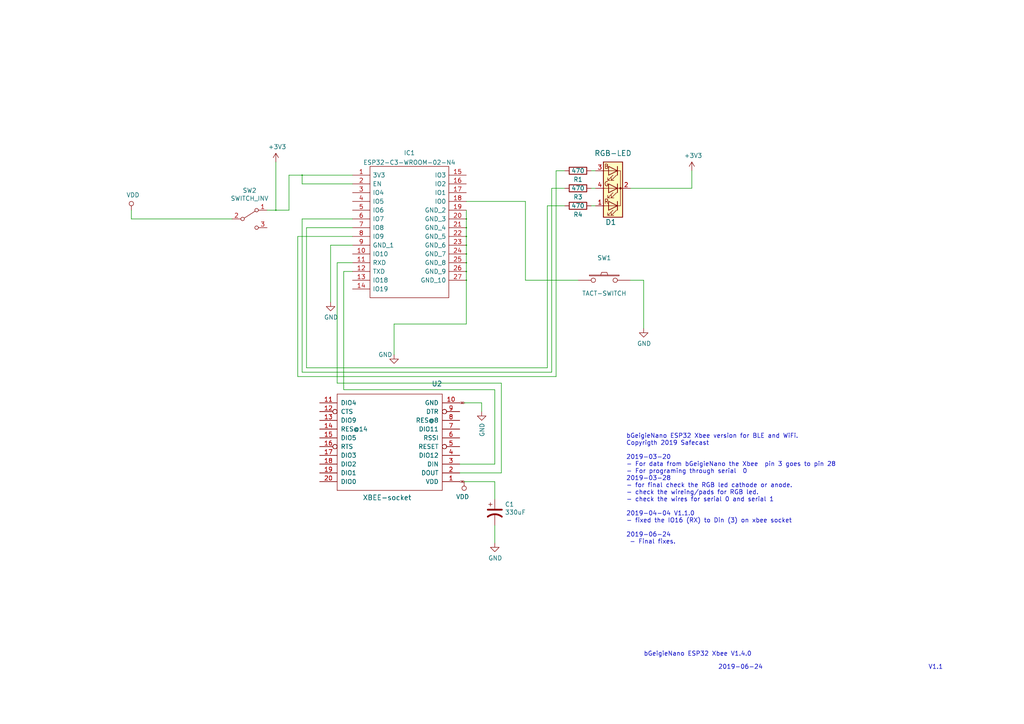
<source format=kicad_sch>
(kicad_sch (version 20210615) (generator eeschema)
  (paper "A4")
  (lib_symbols
    (symbol "ESP32-C3-WROOM-02-N4:ESP32-C3-WROOM-02-N4" (pin_names (offset 0.762))
      (property "Reference" "IC" (at 29.21 7.62 0))
      (property "Value" "ESP32-C3-WROOM-02-N4" (at 29.21 5.08 0))
      (symbol "ESP32-C3-WROOM-02-N4_0_0"
        (pin passive line (at 0 0 0) (length 5.08) (name "3V3") (number "1"))
        (pin passive line (at 0 -22.86 0) (length 5.08) (name "IO10") (number "10"))
        (pin passive line (at 0 -25.4 0) (length 5.08) (name "RXD") (number "11"))
        (pin passive line (at 0 -27.94 0) (length 5.08) (name "TXD") (number "12"))
        (pin passive line (at 0 -30.48 0) (length 5.08) (name "IO18") (number "13"))
        (pin passive line (at 0 -33.02 0) (length 5.08) (name "IO19") (number "14"))
        (pin passive line (at 33.02 0 180) (length 5.08) (name "IO3") (number "15"))
        (pin passive line (at 33.02 -2.54 180) (length 5.08) (name "IO2") (number "16"))
        (pin passive line (at 33.02 -5.08 180) (length 5.08) (name "IO1") (number "17"))
        (pin passive line (at 33.02 -7.62 180) (length 5.08) (name "IO0") (number "18"))
        (pin passive line (at 33.02 -10.16 180) (length 5.08) (name "GND_2") (number "19"))
        (pin passive line (at 0 -2.54 0) (length 5.08) (name "EN") (number "2"))
        (pin passive line (at 33.02 -12.7 180) (length 5.08) (name "GND_3") (number "20"))
        (pin passive line (at 33.02 -15.24 180) (length 5.08) (name "GND_4") (number "21"))
        (pin passive line (at 33.02 -17.78 180) (length 5.08) (name "GND_5") (number "22"))
        (pin passive line (at 33.02 -20.32 180) (length 5.08) (name "GND_6") (number "23"))
        (pin passive line (at 33.02 -22.86 180) (length 5.08) (name "GND_7") (number "24"))
        (pin passive line (at 33.02 -25.4 180) (length 5.08) (name "GND_8") (number "25"))
        (pin passive line (at 33.02 -27.94 180) (length 5.08) (name "GND_9") (number "26"))
        (pin passive line (at 33.02 -30.48 180) (length 5.08) (name "GND_10") (number "27"))
        (pin passive line (at 0 -5.08 0) (length 5.08) (name "IO4") (number "3"))
        (pin passive line (at 0 -7.62 0) (length 5.08) (name "IO5") (number "4"))
        (pin passive line (at 0 -10.16 0) (length 5.08) (name "IO6") (number "5"))
        (pin passive line (at 0 -12.7 0) (length 5.08) (name "IO7") (number "6"))
        (pin passive line (at 0 -15.24 0) (length 5.08) (name "IO8") (number "7"))
        (pin passive line (at 0 -17.78 0) (length 5.08) (name "IO9") (number "8"))
        (pin passive line (at 0 -20.32 0) (length 5.08) (name "GND_1") (number "9"))
      )
      (symbol "ESP32-C3-WROOM-02-N4_0_1"
        (polyline (pts (xy 5.08 2.54) (xy 27.94 2.54) (xy 27.94 -35.56) (xy 5.08 -35.56) (xy 5.08 2.54)) (stroke (width 0.1524)))
      )
    )
    (symbol "Switch:SW_SPDT" (pin_names (offset 0) hide)
      (property "Reference" "SW" (at 0 4.318 0))
      (property "Value" "SW_SPDT" (at 0 -5.08 0))
      (symbol "SW_SPDT_0_0"
        (circle (center -2.032 0) (radius 0.508))
        (circle (center 2.032 -2.54) (radius 0.508))
      )
      (symbol "SW_SPDT_0_1"
        (circle (center 2.032 2.54) (radius 0.508))
        (polyline (pts (xy -1.524 0.254) (xy 1.651 2.286)))
      )
      (symbol "SW_SPDT_1_1"
        (pin passive line (at 5.08 2.54 180) (length 2.54) (name "A") (number "1"))
        (pin passive line (at -5.08 0 0) (length 2.54) (name "B") (number "2"))
        (pin passive line (at 5.08 -2.54 180) (length 2.54) (name "C") (number "3"))
      )
    )
    (symbol "power:+3.3V" (power) (pin_names (offset 0))
      (property "Value" "+3.3V" (at 0 3.556 0))
      (symbol "+3.3V_0_1"
        (polyline (pts (xy -0.762 1.27) (xy 0 2.54)))
        (polyline (pts (xy 0 0) (xy 0 2.54)))
        (polyline (pts (xy 0 2.54) (xy 0.762 1.27)))
      )
      (symbol "+3.3V_1_1"
        (pin power_in line (at 0 0 90) (length 0) hide (name "+3V3") (number "1"))
      )
    )
    (symbol "power:VDD" (power) (pin_names (offset 0))
      (property "Value" "VDD" (at 0 3.81 0))
      (symbol "VDD_0_1"
        (circle (center 0 1.905) (radius 0.635))
        (polyline (pts (xy 0 0) (xy 0 1.27)))
      )
      (symbol "VDD_1_1"
        (pin power_in line (at 0 0 90) (length 0) hide (name "VDD") (number "1"))
      )
    )
    (symbol "xbee-eagle-import:XBEE-1B2" (pin_names (offset 1.016))
      (property "Value" "XBEE-1B2" (at -15.24 -17.78 0))
      (symbol "XBEE-1B2_1_0"
        (polyline (pts (xy -15.24 -15.24) (xy -15.24 12.7)))
        (polyline (pts (xy -15.24 12.7) (xy 15.24 12.7)))
        (polyline (pts (xy 15.24 -15.24) (xy -15.24 -15.24)))
        (polyline (pts (xy 15.24 12.7) (xy 15.24 -15.24)))
        (pin power_in line (at -20.32 10.16 0) (length 5.08) (name "VDD") (number "1"))
        (pin power_in line (at -20.32 -12.7 0) (length 5.08) (name "GND") (number "10"))
        (pin bidirectional line (at 20.32 -12.7 180) (length 5.08) (name "DIO4") (number "11"))
        (pin output inverted (at 20.32 -10.16 180) (length 5.08) (name "CTS") (number "12"))
        (pin bidirectional line (at 20.32 -7.62 180) (length 5.08) (name "DIO9") (number "13"))
        (pin bidirectional line (at 20.32 -5.08 180) (length 5.08) (name "RES@14") (number "14"))
        (pin bidirectional line (at 20.32 -2.54 180) (length 5.08) (name "DIO5") (number "15"))
        (pin input inverted (at 20.32 0 180) (length 5.08) (name "RTS") (number "16"))
        (pin bidirectional line (at 20.32 2.54 180) (length 5.08) (name "DIO3") (number "17"))
        (pin bidirectional line (at 20.32 5.08 180) (length 5.08) (name "DIO2") (number "18"))
        (pin bidirectional line (at 20.32 7.62 180) (length 5.08) (name "DIO1") (number "19"))
        (pin output line (at -20.32 7.62 0) (length 5.08) (name "DOUT") (number "2"))
        (pin bidirectional line (at 20.32 10.16 180) (length 5.08) (name "DIO0") (number "20"))
        (pin input line (at -20.32 5.08 0) (length 5.08) (name "DIN") (number "3"))
        (pin bidirectional line (at -20.32 2.54 0) (length 5.08) (name "DIO12") (number "4"))
        (pin input inverted (at -20.32 0 0) (length 5.08) (name "RESET") (number "5"))
        (pin bidirectional line (at -20.32 -2.54 0) (length 5.08) (name "RSSI") (number "6"))
        (pin bidirectional line (at -20.32 -5.08 0) (length 5.08) (name "DIO11") (number "7"))
        (pin bidirectional line (at -20.32 -7.62 0) (length 5.08) (name "RES@8") (number "8"))
        (pin bidirectional inverted (at -20.32 -10.16 0) (length 5.08) (name "DTR") (number "9"))
      )
    )
    (symbol "xbee-rescue:CP1-kicad_project_geiger-cache" (pin_numbers hide) (pin_names (offset 0.254) hide)
      (property "Reference" "C" (at 0.635 2.54 0))
      (property "Value" "CP1-kicad_project_geiger-cache" (at 0.635 -2.54 0))
      (symbol "CP1-kicad_project_geiger-cache_0_1"
        (arc (start -2.032 -1.27) (end 2.032 -1.27) (radius (at 0 -3.81) (length 3.2512) (angles 128.7 51.3)) (stroke (width 0.508)))
        (polyline (pts (xy -2.032 0.762) (xy 2.032 0.762)) (stroke (width 0.508)))
        (polyline (pts (xy -1.778 2.286) (xy -0.762 2.286)))
        (polyline (pts (xy -1.27 1.778) (xy -1.27 2.794)))
      )
      (symbol "CP1-kicad_project_geiger-cache_1_1"
        (pin passive line (at 0 3.81 270) (length 2.794) (name "~") (number "1"))
        (pin passive line (at 0 -3.81 90) (length 3.302) (name "~") (number "2"))
      )
    )
    (symbol "xbee-rescue:GND-kicad_project_geiger-cache" (power) (pin_names (offset 0))
      (property "Value" "GND-kicad_project_geiger-cache" (at 0 -3.81 0))
      (symbol "GND-kicad_project_geiger-cache_0_1"
        (polyline (pts (xy 0 0) (xy 0 -1.27) (xy 1.27 -1.27) (xy 0 -2.54) (xy -1.27 -1.27) (xy 0 -1.27)))
      )
      (symbol "GND-kicad_project_geiger-cache_1_1"
        (pin power_in line (at 0 0 270) (length 0) hide (name "GND") (number "1"))
      )
    )
    (symbol "xbee-rescue:LED_RCBG-device" (pin_names (offset 0) hide)
      (property "Reference" "D" (at 0 9.398 0))
      (property "Value" "LED_RCBG-device" (at 0 -8.89 0))
      (symbol "LED_RCBG-device_0_0"
        (text "B" (at 1.905 -6.35 0) (effects (font (size 1.27 1.27))))
        (text "G" (at 1.905 -1.27 0) (effects (font (size 1.27 1.27))))
        (text "R" (at 1.905 3.81 0) (effects (font (size 1.27 1.27))))
      )
      (symbol "LED_RCBG-device_0_1"
        (circle (center -2.159 0) (radius 0.254) (fill (type outline)))
        (rectangle (start 1.27 -1.27) (end 1.27 1.27))
        (rectangle (start 1.27 1.27) (end 1.27 1.27))
        (rectangle (start 1.27 3.81) (end 1.27 6.35))
        (rectangle (start 1.27 6.35) (end 1.27 6.35))
        (rectangle (start 2.794 8.382) (end -2.794 -7.62) (stroke (width 0.254)) (fill (type background)))
        (polyline (pts (xy -1.27 -5.08) (xy 1.27 -5.08)))
        (polyline (pts (xy -1.27 -3.81) (xy -1.27 -6.35)))
        (polyline (pts (xy -1.27 -3.81) (xy -1.27 -6.35)) (stroke (width 0.2032)))
        (polyline (pts (xy -1.27 0) (xy -2.54 0)))
        (polyline (pts (xy -1.27 1.27) (xy -1.27 -1.27)) (stroke (width 0.2032)))
        (polyline (pts (xy -1.27 5.08) (xy 1.27 5.08)))
        (polyline (pts (xy -1.27 6.35) (xy -1.27 3.81)) (stroke (width 0.2032)))
        (polyline (pts (xy 1.27 -5.08) (xy 2.54 -5.08)))
        (polyline (pts (xy 1.27 0) (xy -1.27 0)))
        (polyline (pts (xy 1.27 0) (xy 2.54 0)))
        (polyline (pts (xy 1.27 5.08) (xy 2.54 5.08)))
        (polyline (pts (xy -1.27 1.27) (xy -1.27 -1.27) (xy -1.27 -1.27)))
        (polyline (pts (xy -1.27 6.35) (xy -1.27 3.81) (xy -1.27 3.81)))
        (polyline (pts (xy -1.27 5.08) (xy -2.159 5.08) (xy -2.159 -5.08) (xy -1.016 -5.08)))
        (polyline (pts (xy 1.27 -3.81) (xy 1.27 -6.35) (xy -1.27 -5.08) (xy 1.27 -3.81)) (stroke (width 0.2032)))
        (polyline (pts (xy 1.27 1.27) (xy 1.27 -1.27) (xy -1.27 0) (xy 1.27 1.27)) (stroke (width 0.2032)))
        (polyline (pts (xy 1.27 6.35) (xy 1.27 3.81) (xy -1.27 5.08) (xy 1.27 6.35)) (stroke (width 0.2032)))
        (polyline (pts (xy -1.016 -3.81) (xy 0.508 -2.286) (xy -0.254 -2.286) (xy 0.508 -2.286) (xy 0.508 -3.048)))
        (polyline (pts (xy -1.016 1.27) (xy 0.508 2.794) (xy -0.254 2.794) (xy 0.508 2.794) (xy 0.508 2.032)))
        (polyline (pts (xy -1.016 6.35) (xy 0.508 7.874) (xy -0.254 7.874) (xy 0.508 7.874) (xy 0.508 7.112)))
        (polyline (pts (xy 0 -3.81) (xy 1.524 -2.286) (xy 0.762 -2.286) (xy 1.524 -2.286) (xy 1.524 -3.048)))
        (polyline (pts (xy 0 1.27) (xy 1.524 2.794) (xy 0.762 2.794) (xy 1.524 2.794) (xy 1.524 2.032)))
        (polyline (pts (xy 0 6.35) (xy 1.524 7.874) (xy 0.762 7.874) (xy 1.524 7.874) (xy 1.524 7.112)))
      )
      (symbol "LED_RCBG-device_1_1"
        (pin passive line (at 5.08 5.08 180) (length 2.54) (name "RA") (number "1"))
        (pin passive line (at -5.08 0 0) (length 2.54) (name "K") (number "2"))
        (pin passive line (at 5.08 -5.08 180) (length 2.54) (name "BA") (number "3"))
        (pin passive line (at 5.08 0 180) (length 2.54) (name "GA") (number "4"))
      )
    )
    (symbol "xbee-rescue:R-device" (pin_numbers hide) (pin_names (offset 0))
      (property "Reference" "R" (at 2.032 0 90))
      (property "Value" "R-device" (at 0 0 90))
      (symbol "R-device_0_1"
        (rectangle (start -1.016 -2.54) (end 1.016 2.54) (stroke (width 0.254)))
      )
      (symbol "R-device_1_1"
        (pin passive line (at 0 3.81 270) (length 1.27) (name "~") (number "1"))
        (pin passive line (at 0 -3.81 90) (length 1.27) (name "~") (number "2"))
      )
    )
    (symbol "xbee-rescue:TACT-SWITCH-tinkerforge" (pin_numbers hide) (pin_names (offset 1.016) hide)
      (property "Reference" "SW" (at 3.81 2.794 0))
      (property "Value" "TACT-SWITCH-tinkerforge" (at 0 -2.032 0))
      (symbol "TACT-SWITCH-tinkerforge_0_1"
        (rectangle (start -4.318 1.27) (end 4.318 1.524))
        (polyline (pts (xy -1.016 1.524) (xy -0.762 2.286) (xy 0.762 2.286) (xy 1.016 1.524)))
        (pin passive inverted (at -7.62 0 0) (length 5.08) (name "1") (number "1"))
        (pin passive inverted (at 7.62 0 180) (length 5.08) (name "2") (number "2"))
      )
    )
  )
  (junction (at 80.01 60.96) (diameter 0.259))
  (junction (at 87.63 50.8) (diameter 0.259))
  (junction (at 135.255 63.5) (diameter 0.259))
  (junction (at 135.255 66.04) (diameter 0.259))
  (junction (at 135.255 68.58) (diameter 0.259))
  (junction (at 135.255 71.12) (diameter 0.259))
  (junction (at 135.255 73.66) (diameter 0.259))
  (junction (at 135.255 76.2) (diameter 0.259))
  (junction (at 135.255 78.74) (diameter 0.259))
  (junction (at 135.255 81.28) (diameter 0.259))
  (wire (pts (xy 38.1 63.5) (xy 38.1 60.96)))
  (wire (pts (xy 38.1 63.5) (xy 67.31 63.5)))
  (wire (pts (xy 77.47 60.96) (xy 80.01 60.96)))
  (wire (pts (xy 80.01 46.99) (xy 80.01 60.96)))
  (wire (pts (xy 80.01 60.96) (xy 83.82 60.96)))
  (wire (pts (xy 83.82 50.8) (xy 83.82 60.96)))
  (wire (pts (xy 83.82 50.8) (xy 87.63 50.8)))
  (wire (pts (xy 86.36 68.58) (xy 86.36 109.22)))
  (wire (pts (xy 86.36 68.58) (xy 102.235 68.58)))
  (wire (pts (xy 86.36 109.22) (xy 161.29 109.22)))
  (wire (pts (xy 87.63 50.8) (xy 102.235 50.8)))
  (wire (pts (xy 87.63 53.34) (xy 87.63 50.8)))
  (wire (pts (xy 87.63 53.34) (xy 102.235 53.34)))
  (wire (pts (xy 87.63 63.5) (xy 87.63 107.95)))
  (wire (pts (xy 87.63 63.5) (xy 102.235 63.5)))
  (wire (pts (xy 87.63 107.95) (xy 160.02 107.95)))
  (wire (pts (xy 88.9 66.04) (xy 102.235 66.04)))
  (wire (pts (xy 88.9 106.68) (xy 88.9 66.04)))
  (wire (pts (xy 88.9 106.68) (xy 158.75 106.68)))
  (wire (pts (xy 95.885 71.12) (xy 102.235 71.12)))
  (wire (pts (xy 95.885 87.63) (xy 95.885 71.12)))
  (wire (pts (xy 97.79 76.2) (xy 97.79 111.125)))
  (wire (pts (xy 97.79 111.125) (xy 145.415 111.125)))
  (wire (pts (xy 99.695 78.74) (xy 99.695 113.03)))
  (wire (pts (xy 99.695 113.03) (xy 143.51 113.03)))
  (wire (pts (xy 102.235 76.2) (xy 97.79 76.2)))
  (wire (pts (xy 102.235 78.74) (xy 99.695 78.74)))
  (wire (pts (xy 114.3 93.98) (xy 114.3 102.87)))
  (wire (pts (xy 114.3 93.98) (xy 135.255 93.98)))
  (wire (pts (xy 133.35 134.62) (xy 143.51 134.62)))
  (wire (pts (xy 133.35 137.16) (xy 145.415 137.16)))
  (wire (pts (xy 134.62 116.84) (xy 139.7 116.84)))
  (wire (pts (xy 134.62 139.7) (xy 143.51 139.7)))
  (wire (pts (xy 135.255 58.42) (xy 152.4 58.42)))
  (wire (pts (xy 135.255 60.96) (xy 135.255 63.5)))
  (wire (pts (xy 135.255 63.5) (xy 135.255 66.04)))
  (wire (pts (xy 135.255 66.04) (xy 135.255 68.58)))
  (wire (pts (xy 135.255 68.58) (xy 135.255 71.12)))
  (wire (pts (xy 135.255 71.12) (xy 135.255 73.66)))
  (wire (pts (xy 135.255 73.66) (xy 135.255 76.2)))
  (wire (pts (xy 135.255 76.2) (xy 135.255 78.74)))
  (wire (pts (xy 135.255 78.74) (xy 135.255 81.28)))
  (wire (pts (xy 135.255 93.98) (xy 135.255 81.28)))
  (wire (pts (xy 139.7 116.84) (xy 139.7 119.38)))
  (wire (pts (xy 143.51 113.03) (xy 143.51 134.62)))
  (wire (pts (xy 143.51 139.7) (xy 143.51 144.78)))
  (wire (pts (xy 143.51 157.48) (xy 143.51 152.4)))
  (wire (pts (xy 145.415 111.125) (xy 145.415 137.16)))
  (wire (pts (xy 152.4 58.42) (xy 152.4 81.28)))
  (wire (pts (xy 152.4 81.28) (xy 167.64 81.28)))
  (wire (pts (xy 158.75 59.69) (xy 158.75 106.68)))
  (wire (pts (xy 158.75 59.69) (xy 163.83 59.69)))
  (wire (pts (xy 160.02 54.61) (xy 163.83 54.61)))
  (wire (pts (xy 160.02 107.95) (xy 160.02 54.61)))
  (wire (pts (xy 161.29 109.22) (xy 161.29 49.53)))
  (wire (pts (xy 163.83 49.53) (xy 161.29 49.53)))
  (wire (pts (xy 171.45 54.61) (xy 172.72 54.61)))
  (wire (pts (xy 171.45 59.69) (xy 172.72 59.69)))
  (wire (pts (xy 172.72 49.53) (xy 171.45 49.53)))
  (wire (pts (xy 182.88 54.61) (xy 200.66 54.61)))
  (wire (pts (xy 186.69 81.28) (xy 182.88 81.28)))
  (wire (pts (xy 186.69 95.25) (xy 186.69 81.28)))
  (wire (pts (xy 200.66 54.61) (xy 200.66 49.53)))
  (text "bGeigieNano ESP32 Xbee version for BLE and WiFi.\nCopyrigth 2019 Safecast\n\n2019-03-20\n- For data from bGeigieNano the Xbee  pin 3 goes to pin 28\n- For programing through serial  0\n2019-03-28\n- for final check the RGB led cathode or anode.\n- check the wireing/pads for RGB led.\n- check the wires for serial 0 and serial 1\n\n2019-04-04 V1.1.0 \n- fixed the IO16 (RX) to Din (3) on xbee socket\n\n2019-06-24\n - Final fixes.\n\n" (at 181.61 160.02 0) (effects (font (size 1.27 1.27)) (justify left bottom)))
  (text "bGeigieNano ESP32 Xbee V1.4.0" (at 186.69 190.5 0) (effects (font (size 1.27 1.27)) (justify left bottom)))
  (text "2019-06-24" (at 208.28 194.31 0) (effects (font (size 1.27 1.27)) (justify left bottom)))
  (text "V1.1" (at 269.24 194.31 0) (effects (font (size 1.27 1.27)) (justify left bottom)))
  (global_label "GND" (shape bidirectional) (at 133.35 116.84 0) (effects (font (size 0.254 0.254))) (property "Intersheet References" "${INTERSHEET_REFS}" (effects hide)))
  (global_label "VDD" (shape bidirectional) (at 133.35 139.7 0) (effects (font (size 0.254 0.254))) (property "Intersheet References" "${INTERSHEET_REFS}" (effects hide)))
  (symbol (lib_id "power:VDD") (at 38.1 60.96 0) (unit 1)
    (property "Reference" "#PWR0101" (effects hide))
    (property "Value" "VDD" (at 38.5572 56.5658 0))
  )
  (symbol (lib_id "power:VDD") (at 134.62 139.7 180) (unit 1)
    (property "Reference" "#PWR0105" (effects hide))
    (property "Value" "VDD" (at 134.1628 144.0942 0))
  )
  (symbol (lib_id "power:+3.3V") (at 80.01 46.99 0) (unit 1)
    (property "Reference" "#PWR0102" (effects hide))
    (property "Value" "+3.3V" (at 80.391 42.5958 0))
  )
  (symbol (lib_id "power:+3.3V") (at 200.66 49.53 0) (unit 1)
    (property "Reference" "#PWR02" (effects hide))
    (property "Value" "+3.3V" (at 201.041 45.1358 0))
  )
  (symbol (lib_id "xbee-rescue:GND-kicad_project_geiger-cache") (at 95.885 87.63 0) (unit 1)
    (property "Reference" "#PWR03" (effects hide))
    (property "Value" "GND" (at 96.012 92.0242 0))
  )
  (symbol (lib_id "xbee-rescue:GND-kicad_project_geiger-cache") (at 114.3 102.87 0) (unit 1)
    (property "Reference" "#PWR0104" (effects hide))
    (property "Value" "GND" (at 111.76 102.87 0))
  )
  (symbol (lib_id "xbee-rescue:GND-kicad_project_geiger-cache") (at 139.7 119.38 0) (unit 1)
    (property "Reference" "#PWR01" (effects hide))
    (property "Value" "GND" (at 139.827 122.6312 90) (effects (justify right)))
  )
  (symbol (lib_id "xbee-rescue:GND-kicad_project_geiger-cache") (at 143.51 157.48 0) (unit 1)
    (property "Reference" "#PWR04" (effects hide))
    (property "Value" "GND" (at 143.637 161.8742 0))
  )
  (symbol (lib_id "xbee-rescue:GND-kicad_project_geiger-cache") (at 186.69 95.25 0) (unit 1)
    (property "Reference" "#PWR0106" (effects hide))
    (property "Value" "GND" (at 186.817 99.6442 0))
  )
  (symbol (lib_id "xbee-rescue:R-device") (at 167.64 49.53 90) (unit 1)
    (property "Reference" "R1" (at 167.64 52.07 90))
    (property "Value" "470" (at 167.64 49.53 90))
    (property "Footprint" "Resistors_SMD:R_0805_HandSoldering" (effects hide))
  )
  (symbol (lib_id "xbee-rescue:R-device") (at 167.64 54.61 90) (unit 1)
    (property "Reference" "R3" (at 167.64 57.15 90))
    (property "Value" "470" (at 167.64 54.61 90))
    (property "Footprint" "Resistors_SMD:R_0805_HandSoldering" (effects hide))
  )
  (symbol (lib_id "xbee-rescue:R-device") (at 167.64 59.69 90) (unit 1)
    (property "Reference" "R4" (at 167.64 62.23 90))
    (property "Value" "470" (at 167.64 59.69 90))
    (property "Footprint" "Resistors_SMD:R_0805_HandSoldering" (effects hide))
  )
  (symbol (lib_id "xbee-rescue:CP1-kicad_project_geiger-cache") (at 143.51 148.59 0) (unit 1)
    (property "Reference" "C1" (at 146.431 146.2786 0) (effects (justify left)))
    (property "Value" "330uF" (at 146.431 148.59 0) (effects (justify left)))
    (property "Footprint" "Capacitor_Tantalum_SMD:CP_EIA-6032-15_Kemet-U_Pad2.25x2.35mm_HandSolder" (effects hide))
  )
  (symbol (lib_id "xbee-rescue:TACT-SWITCH-tinkerforge") (at 175.26 81.28 0) (unit 1)
    (property "Reference" "SW1" (at 175.26 74.803 0))
    (property "Value" "TACT-SWITCH" (at 175.26 85.09 0))
    (property "Footprint" "Buttons_Switches_SMD:SW_SPST_TL3342" (effects hide))
  )
  (symbol (lib_id "Switch:SW_SPDT") (at 72.39 63.5 0) (unit 1)
    (property "Reference" "SW2" (at 72.39 55.245 0))
    (property "Value" "SWITCH_INV" (at 72.39 57.5564 0))
    (property "Footprint" "Buttons_Switches_SMD:SW_SPDT_PCM12" (effects hide))
  )
  (symbol (lib_id "xbee-rescue:LED_RCBG-device") (at 177.8 54.61 180) (unit 1)
    (property "Reference" "D1" (at 177.165 64.4398 0) (effects (font (size 1.524 1.524))))
    (property "Value" "RGB-LED" (at 177.8 44.45 0) (effects (font (size 1.524 1.524))))
    (property "Footprint" "digikey-footprints:DJS-BRGBC-TR8" (effects hide))
  )
  (symbol (lib_id "xbee-eagle-import:XBEE-1B2") (at 113.03 129.54 180) (unit 1)
    (property "Reference" "U2" (at 128.27 110.49 0) (effects (font (size 1.4224 1.4224)) (justify left bottom)))
    (property "Value" "XBEE-socket" (at 119.38 143.51 0) (effects (font (size 1.4224 1.4224)) (justify left bottom)))
    (property "Footprint" "digikey-footprints:XBEE-20_THT" (effects hide))
  )
  (symbol (lib_id "ESP32-C3-WROOM-02-N4:ESP32-C3-WROOM-02-N4") (at 102.235 50.8 0) (unit 1)
    (property "Reference" "IC1" (at 118.745 44.3442 0))
    (property "Value" "ESP32-C3-WROOM-02-N4" (at 118.745 47.1193 0))
    (property "Footprint" "ESP32C3WROOM02N4" (effects hide))
    (property "Datasheet" "https://www.mouser.ch/datasheet/2/891/Espressif_ESP32_C3_WROOM_02-2006871.pdf" (effects hide))
    (property "Description" "WiFi Modules (802.11) (Engineering Samples) SMD module, ESP32-C3, 4MB SPI flash, PCB antenna, -40 C +85 C" (effects hide))
    (property "Height" "3.35" (effects hide))
    (property "Manufacturer_Name" "Espressif Systems" (effects hide))
    (property "Manufacturer_Part_Number" "ESP32-C3-WROOM-02-N4" (effects hide))
    (property "Mouser Part Number" "356-ESP32C3WROOM02N4" (effects hide))
    (property "Mouser Price/Stock" "https://www.mouser.co.uk/ProductDetail/Espressif-Systems/ESP32-C3-WROOM-02-N4?qs=stqOd1AaK7%2FqjTZKEOgfUg%3D%3D" (effects hide))
  )
)
</source>
